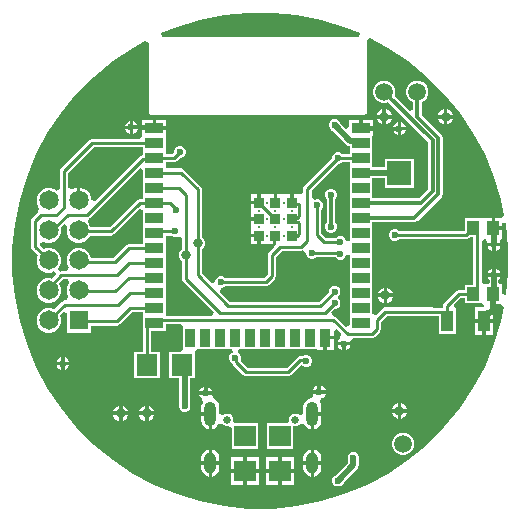
<source format=gbl>
G04*
G04 #@! TF.GenerationSoftware,Altium Limited,Altium Designer,23.4.1 (23)*
G04*
G04 Layer_Physical_Order=2*
G04 Layer_Color=16711680*
%FSLAX44Y44*%
%MOMM*%
G71*
G04*
G04 #@! TF.SameCoordinates,89D196A3-88CA-4BC0-B6F8-5B7F0D742441*
G04*
G04*
G04 #@! TF.FilePolarity,Positive*
G04*
G01*
G75*
%ADD22R,1.8000X1.8400*%
%ADD31R,1.8400X1.8000*%
%ADD34R,1.0000X1.8000*%
%ADD55C,0.2540*%
%ADD56C,0.5000*%
%ADD58C,0.3000*%
%ADD59C,0.3000*%
%ADD60C,1.5000*%
%ADD61O,1.0000X1.8000*%
%ADD62C,0.6500*%
%ADD63O,1.0000X2.1000*%
%ADD64C,1.6500*%
%ADD65R,1.6500X1.6500*%
%ADD66C,0.6000*%
%ADD67C,0.8000*%
%ADD68R,0.9000X0.9000*%
%ADD69R,1.5000X0.9000*%
%ADD70R,0.9000X1.5000*%
%ADD71R,2.0000X2.0000*%
%ADD72R,1.0000X1.2000*%
G36*
X248121Y419248D02*
X268357Y415222D01*
X288102Y409233D01*
X301544Y403665D01*
X300948Y400665D01*
X133592D01*
X132996Y403665D01*
X146438Y409233D01*
X166183Y415222D01*
X186419Y419248D01*
X206953Y421270D01*
X227587D01*
X248121Y419248D01*
D02*
G37*
G36*
X325362Y391610D02*
X342518Y380147D01*
X358467Y367057D01*
X373057Y352467D01*
X386147Y336518D01*
X397610Y319362D01*
X407337Y301165D01*
X415233Y282102D01*
X421222Y262357D01*
X423711Y249848D01*
X421111Y247540D01*
X416000D01*
Y240500D01*
X422040D01*
Y242869D01*
X425040Y243164D01*
X425248Y242121D01*
X427270Y221587D01*
Y211270D01*
X427270Y200953D01*
X425434Y182308D01*
X425040Y181935D01*
X422040Y183225D01*
Y191540D01*
X419294D01*
X418497Y193447D01*
X418375Y194540D01*
X419697Y195862D01*
X420375Y197500D01*
X409625D01*
X410303Y195862D01*
X411625Y194540D01*
X411503Y193447D01*
X410706Y191540D01*
X407539D01*
X406960Y191540D01*
X404539Y192939D01*
Y227919D01*
X407260Y229735D01*
X408089Y229447D01*
X409406Y226500D01*
X420375D01*
X419977Y227460D01*
X420929Y229628D01*
X421617Y230460D01*
X422040D01*
Y237500D01*
X414500D01*
Y239000D01*
X413000D01*
Y247540D01*
X407276D01*
X406960Y247540D01*
X404184Y247000D01*
X403960Y247000D01*
X390500D01*
Y236869D01*
X390267Y236773D01*
X390034Y236539D01*
X334532D01*
X333832Y237239D01*
X331995Y238000D01*
X330005D01*
X328168Y237239D01*
X326761Y235832D01*
X326000Y233995D01*
Y232005D01*
X326761Y230168D01*
X328168Y228761D01*
X330005Y228000D01*
X331995D01*
X333832Y228761D01*
X334532Y229461D01*
X391500D01*
X394003Y230497D01*
X394461Y230955D01*
X397461Y230892D01*
Y191000D01*
X390500D01*
Y186539D01*
X385000D01*
X382497Y185503D01*
X372497Y175503D01*
X371461Y173000D01*
Y171269D01*
X363652D01*
X363000Y171539D01*
X323000D01*
X320497Y170503D01*
X314950Y164955D01*
X311950Y166198D01*
Y177400D01*
Y190100D01*
Y202800D01*
Y215500D01*
Y228200D01*
Y243812D01*
X347671D01*
X347671Y243812D01*
X350350Y244921D01*
X370679Y265250D01*
X371788Y267929D01*
X371788Y267929D01*
Y315071D01*
X371788Y315071D01*
X370679Y317750D01*
X353788Y334640D01*
Y345286D01*
X355381Y345946D01*
X358054Y348619D01*
X359500Y352110D01*
Y355890D01*
X358054Y359381D01*
X355381Y362054D01*
X351890Y363500D01*
X348110D01*
X344619Y362054D01*
X341946Y359381D01*
X340500Y355890D01*
Y352110D01*
X341946Y348619D01*
X344619Y345946D01*
X346212Y345286D01*
Y339066D01*
X343440Y337918D01*
X330840Y350517D01*
X331500Y352110D01*
Y355890D01*
X330054Y359381D01*
X327381Y362054D01*
X323890Y363500D01*
X320110D01*
X316619Y362054D01*
X313946Y359381D01*
X312500Y355890D01*
Y352110D01*
X313946Y348619D01*
X316619Y345946D01*
X320110Y344500D01*
X323890D01*
X325483Y345160D01*
X359212Y311431D01*
Y271569D01*
X351731Y264088D01*
X311950D01*
Y280912D01*
X323000D01*
Y273000D01*
X347000D01*
Y297000D01*
X323000D01*
Y290088D01*
X311950D01*
Y304400D01*
Y316560D01*
X312490D01*
Y322100D01*
X302450D01*
Y323600D01*
X300950D01*
Y330640D01*
X292410D01*
Y323998D01*
X289638Y322850D01*
X284651Y327838D01*
X284239Y328832D01*
X282832Y330239D01*
X280995Y331000D01*
X279005D01*
X277168Y330239D01*
X275761Y328832D01*
X275000Y326995D01*
Y325005D01*
X275761Y323168D01*
X277168Y321761D01*
X278162Y321349D01*
X289856Y309656D01*
X291344Y308661D01*
X292950Y308342D01*
Y301739D01*
X286332D01*
X285832Y302239D01*
X283995Y303000D01*
X282005D01*
X280168Y302239D01*
X278761Y300832D01*
X278000Y298995D01*
Y298006D01*
X254497Y274503D01*
X253461Y272000D01*
Y268718D01*
X250990Y267440D01*
X245450D01*
Y260400D01*
X243950D01*
X242450D01*
Y267440D01*
X231450D01*
Y260400D01*
X229950D01*
X228450D01*
Y267440D01*
X217450D01*
Y260400D01*
X215950D01*
Y258900D01*
D01*
D01*
D01*
X208910D01*
Y253360D01*
Y247900D01*
X215950D01*
D01*
D01*
D01*
Y246400D01*
Y244900D01*
D01*
D01*
D01*
X208910D01*
Y239360D01*
Y233900D01*
X215950D01*
D01*
D01*
D01*
Y232400D01*
X217450D01*
Y225360D01*
X227435D01*
X228583Y222588D01*
X224497Y218503D01*
X223461Y216000D01*
Y199466D01*
X220534Y196539D01*
X187532D01*
X186832Y197239D01*
X184995Y198000D01*
X183005D01*
X181168Y197239D01*
X179761Y195832D01*
X179000Y193995D01*
Y193248D01*
X176000Y192006D01*
X167539Y200466D01*
Y220860D01*
X167669Y220914D01*
X169357Y222601D01*
X170270Y224806D01*
Y227194D01*
X169357Y229399D01*
X167669Y231087D01*
X167539Y231140D01*
Y272000D01*
X166503Y274503D01*
X152803Y288203D01*
X150300Y289239D01*
X136950D01*
Y294661D01*
X144169D01*
X146672Y295697D01*
X148975Y298000D01*
X149995D01*
X151832Y298761D01*
X153239Y300168D01*
X154000Y302005D01*
Y303995D01*
X153239Y305832D01*
X151832Y307239D01*
X149995Y308000D01*
X148005D01*
X146168Y307239D01*
X144761Y305832D01*
X144000Y303995D01*
Y303036D01*
X142703Y301739D01*
X136950D01*
Y316560D01*
X137490D01*
Y322100D01*
X117410D01*
Y316560D01*
X115288Y314439D01*
X74900D01*
X72397Y313403D01*
X48497Y289503D01*
X47461Y287000D01*
Y271478D01*
X44461Y270235D01*
X43806Y270889D01*
X40039Y272450D01*
X35961D01*
X32194Y270889D01*
X29311Y268006D01*
X27750Y264239D01*
Y260161D01*
X29311Y256394D01*
X30028Y255677D01*
X29324Y252138D01*
X28997Y252003D01*
X23977Y246983D01*
X22941Y244480D01*
Y222920D01*
X23977Y220417D01*
X28689Y215706D01*
X27750Y213439D01*
Y209361D01*
X29311Y205594D01*
X32194Y202710D01*
X35961Y201150D01*
X40039D01*
X42871Y202323D01*
X44570Y199780D01*
X40747Y195957D01*
X40039Y196250D01*
X35961D01*
X32194Y194690D01*
X29311Y191806D01*
X27750Y188039D01*
Y183961D01*
X29311Y180194D01*
X32194Y177311D01*
X35961Y175750D01*
X40039D01*
X43806Y177311D01*
X46690Y180194D01*
X48250Y183961D01*
Y188039D01*
X46690Y191806D01*
X46649Y191847D01*
X50262Y195461D01*
X54122D01*
X55365Y192461D01*
X54710Y191806D01*
X53150Y188039D01*
Y183961D01*
X54567Y180539D01*
X53445Y177539D01*
X51400D01*
X48897Y176503D01*
X42306Y169911D01*
X40039Y170850D01*
X35961D01*
X32194Y169289D01*
X29311Y166406D01*
X27750Y162639D01*
Y158561D01*
X29311Y154794D01*
X32194Y151910D01*
X35961Y150350D01*
X40039D01*
X43806Y151910D01*
X46690Y154794D01*
X48250Y158561D01*
Y162639D01*
X47311Y164906D01*
X50150Y167745D01*
X53150Y166502D01*
Y150350D01*
X73650D01*
Y156261D01*
X95800D01*
X98303Y157297D01*
X108666Y167661D01*
X117950D01*
Y156231D01*
X117461Y155050D01*
Y134200D01*
X110000D01*
Y111800D01*
X132000D01*
Y134200D01*
X124539D01*
Y152000D01*
X136950D01*
Y157461D01*
X149112D01*
X151300Y155500D01*
Y137200D01*
X151300Y136500D01*
X149610Y134200D01*
X140000D01*
Y111800D01*
X148412D01*
Y89989D01*
X148000Y88995D01*
Y87005D01*
X148761Y85168D01*
X150168Y83761D01*
X152005Y83000D01*
X153995D01*
X155832Y83761D01*
X157239Y85168D01*
X158000Y87005D01*
Y88995D01*
X157588Y89989D01*
Y111800D01*
X162000D01*
Y133500D01*
X162000Y134200D01*
X163690Y136500D01*
X193202D01*
X193798Y133500D01*
X193168Y133239D01*
X191761Y131832D01*
X191000Y129995D01*
Y128005D01*
X191761Y126168D01*
X193168Y124761D01*
X193402Y124664D01*
X194159Y122835D01*
X202497Y114497D01*
X205000Y113461D01*
X241000D01*
X243503Y114497D01*
X251967Y122962D01*
X253168Y121761D01*
X255005Y121000D01*
X256995D01*
X258832Y121761D01*
X260239Y123168D01*
X261000Y125005D01*
Y126995D01*
X260239Y128832D01*
X258832Y130239D01*
X256995Y131000D01*
X255005D01*
X253168Y130239D01*
X253130Y130201D01*
X250662D01*
X248159Y129165D01*
X239534Y120539D01*
X206466D01*
X200414Y126591D01*
X201000Y128005D01*
Y129995D01*
X200239Y131832D01*
X198832Y133239D01*
X198202Y133500D01*
X198798Y136500D01*
X265060D01*
Y135960D01*
X270600D01*
Y146000D01*
X272100D01*
Y147500D01*
X279140D01*
Y151935D01*
X281912Y153083D01*
X285702Y149292D01*
X284999Y145753D01*
X284862Y145697D01*
X283303Y144138D01*
X282625Y142500D01*
X293417D01*
X295294Y145461D01*
X312000D01*
X314503Y146497D01*
X318503Y150497D01*
X319539Y153000D01*
Y159534D01*
X324466Y164461D01*
X362618D01*
X363270Y164191D01*
X368500D01*
Y149000D01*
X382500D01*
Y171000D01*
X382248D01*
X381006Y174000D01*
X386466Y179461D01*
X390500D01*
Y175000D01*
X403655Y175000D01*
X406428Y173293D01*
X406259Y171540D01*
X398960D01*
Y161500D01*
X414040D01*
Y171460D01*
X414040Y171540D01*
X414233Y174460D01*
X421003D01*
X423593Y172103D01*
X421222Y160183D01*
X415233Y140438D01*
X407337Y121375D01*
X397610Y103178D01*
X386147Y86022D01*
X373057Y70072D01*
X358467Y55483D01*
X342518Y42393D01*
X325362Y30930D01*
X307165Y21203D01*
X288102Y13307D01*
X268357Y7318D01*
X248121Y3292D01*
X227587Y1270D01*
X206953D01*
X186419Y3292D01*
X166183Y7318D01*
X146438Y13307D01*
X127375Y21203D01*
X109178Y30930D01*
X92022Y42393D01*
X76073Y55483D01*
X61483Y70072D01*
X48393Y86022D01*
X36930Y103178D01*
X27203Y121375D01*
X19307Y140438D01*
X13318Y160183D01*
X9292Y180419D01*
X7270Y200953D01*
Y211270D01*
Y221587D01*
X9292Y242121D01*
X13318Y262357D01*
X19307Y282102D01*
X27203Y301165D01*
X36930Y319362D01*
X48393Y336518D01*
X61483Y352467D01*
X76073Y367057D01*
X92022Y380147D01*
X109178Y391610D01*
X119785Y397280D01*
X122785Y395482D01*
Y336600D01*
X123419Y335069D01*
X124950Y334435D01*
X304950D01*
X306481Y335069D01*
X307115Y336600D01*
Y397962D01*
X308537Y399278D01*
X309762Y399949D01*
X325362Y391610D01*
D02*
G37*
G36*
X117950Y300967D02*
X115675Y300024D01*
X77190Y261539D01*
X74190Y262782D01*
Y264346D01*
X72547Y268312D01*
X69512Y271347D01*
X65546Y272990D01*
X64900D01*
Y262200D01*
X61900D01*
Y272990D01*
X61254D01*
X57539Y271451D01*
X54539Y272519D01*
Y285534D01*
X76366Y307361D01*
X117950D01*
Y300967D01*
D02*
G37*
G36*
Y288046D02*
Y279000D01*
Y263639D01*
X115100D01*
X112597Y262603D01*
X89534Y239539D01*
X73360D01*
X72090Y242606D01*
X71066Y243630D01*
X71040Y243806D01*
X71944Y246994D01*
X73159Y247497D01*
X114950Y289288D01*
X117950Y288046D01*
D02*
G37*
G36*
X292950Y279000D02*
Y266300D01*
Y253600D01*
Y240900D01*
Y228115D01*
X290000Y227995D01*
X289239Y229832D01*
X287832Y231239D01*
X285995Y232000D01*
X284005D01*
X282168Y231239D01*
X281468Y230539D01*
X272466D01*
X268539Y234466D01*
Y254468D01*
X269239Y255168D01*
X270000Y257005D01*
Y258995D01*
X269239Y260832D01*
X267832Y262239D01*
X265995Y263000D01*
X264005D01*
X263539Y262807D01*
X260579Y264507D01*
X260539Y264564D01*
Y270534D01*
X283006Y293000D01*
X283995D01*
X285832Y293761D01*
X286732Y294661D01*
X292950D01*
Y279000D01*
D02*
G37*
G36*
X117950Y253702D02*
Y240900D01*
Y225539D01*
X106000D01*
X103497Y224503D01*
X92534Y213539D01*
X73608D01*
X72090Y217206D01*
X69206Y220089D01*
X65439Y221650D01*
X61361D01*
X57594Y220089D01*
X54710Y217206D01*
X53150Y213439D01*
Y209361D01*
X54710Y205594D01*
X54765Y205539D01*
X53522Y202539D01*
X48796D01*
X47228Y201890D01*
X45529Y204433D01*
X46690Y205594D01*
X48250Y209361D01*
Y213439D01*
X46690Y217206D01*
X43806Y220089D01*
X40039Y221650D01*
X35961D01*
X33694Y220711D01*
X30781Y223625D01*
X31046Y225822D01*
X33918Y227396D01*
X35961Y226550D01*
X40039D01*
X43806Y228111D01*
X46690Y230994D01*
X48250Y234761D01*
Y238839D01*
X48131Y239126D01*
X51358Y242353D01*
X53902Y240653D01*
X53150Y238839D01*
Y234761D01*
X54710Y230994D01*
X57594Y228111D01*
X61361Y226550D01*
X65439D01*
X69206Y228111D01*
X72090Y230994D01*
X72697Y232461D01*
X91000D01*
X93503Y233497D01*
X114950Y254944D01*
X117950Y253702D01*
D02*
G37*
G36*
X142168Y231761D02*
X144005Y231000D01*
X145995D01*
X147461Y231607D01*
X149087Y230991D01*
X150461Y230147D01*
Y220946D01*
X148913Y219399D01*
X148000Y217194D01*
Y214806D01*
X148913Y212601D01*
X150461Y211054D01*
Y196000D01*
X151497Y193497D01*
X177684Y167311D01*
X176535Y164539D01*
X136950D01*
Y177400D01*
Y190100D01*
Y202800D01*
Y215500D01*
Y228200D01*
Y232461D01*
X141468D01*
X142168Y231761D01*
D02*
G37*
G36*
X253824Y219760D02*
X256000Y218075D01*
Y217005D01*
X256761Y215168D01*
X258168Y213761D01*
X260005Y213000D01*
X261995D01*
X263832Y213761D01*
X264032Y213961D01*
X280968D01*
X282168Y212761D01*
X284005Y212000D01*
X285995D01*
X287832Y212761D01*
X289239Y214168D01*
X290000Y216005D01*
X292950Y215885D01*
Y202800D01*
Y190100D01*
Y177400D01*
Y164700D01*
Y156298D01*
X289950Y155056D01*
X281503Y163503D01*
X279000Y164539D01*
X278465D01*
X277316Y167311D01*
X280005Y170000D01*
X280995D01*
X282832Y170761D01*
X284239Y172168D01*
X285000Y174005D01*
Y175995D01*
X284239Y177832D01*
X284031Y178040D01*
X283168Y180000D01*
X284031Y181960D01*
X284239Y182168D01*
X285000Y184005D01*
Y185995D01*
X284239Y187832D01*
X282832Y189239D01*
X280995Y190000D01*
X279005D01*
X277168Y189239D01*
X275761Y187832D01*
X275000Y185995D01*
Y185005D01*
X266534Y176539D01*
X191466D01*
X183006Y185000D01*
X184248Y188000D01*
X184995D01*
X186832Y188761D01*
X187532Y189461D01*
X222000D01*
X224503Y190497D01*
X229503Y195497D01*
X230539Y198000D01*
Y214534D01*
X235466Y219461D01*
X252000D01*
X253228Y219969D01*
X253824Y219760D01*
D02*
G37*
%LPC*%
G36*
X375500Y339458D02*
Y334500D01*
X380457D01*
X379544Y336705D01*
X377705Y338544D01*
X375500Y339458D01*
D02*
G37*
G36*
X372500D02*
X370295Y338544D01*
X368456Y336705D01*
X367542Y334500D01*
X372500D01*
Y339458D01*
D02*
G37*
G36*
X323500D02*
Y334500D01*
X328457D01*
X327544Y336705D01*
X325705Y338544D01*
X323500Y339458D01*
D02*
G37*
G36*
X320500D02*
X318295Y338544D01*
X316456Y336705D01*
X315543Y334500D01*
X320500D01*
Y339458D01*
D02*
G37*
G36*
X380457Y331500D02*
X375500D01*
Y326543D01*
X377705Y327456D01*
X379544Y329295D01*
X380457Y331500D01*
D02*
G37*
G36*
X372500D02*
X367542D01*
X368456Y329295D01*
X370295Y327456D01*
X372500Y326543D01*
Y331500D01*
D02*
G37*
G36*
X328457D02*
X323500D01*
Y326543D01*
X325705Y327456D01*
X327544Y329295D01*
X328457Y331500D01*
D02*
G37*
G36*
X320500D02*
X315543D01*
X316456Y329295D01*
X318295Y327456D01*
X320500Y326543D01*
Y331500D01*
D02*
G37*
G36*
X109500Y329375D02*
Y325500D01*
X113375D01*
X112697Y327138D01*
X111138Y328697D01*
X109500Y329375D01*
D02*
G37*
G36*
X106500D02*
X104862Y328697D01*
X103303Y327138D01*
X102625Y325500D01*
X106500D01*
Y329375D01*
D02*
G37*
G36*
X312490Y330640D02*
X303950D01*
Y325100D01*
X312490D01*
Y330640D01*
D02*
G37*
G36*
X137490D02*
X128950D01*
Y325100D01*
X137490D01*
Y330640D01*
D02*
G37*
G36*
X125950D02*
X117410D01*
Y325100D01*
X125950D01*
Y330640D01*
D02*
G37*
G36*
X336500Y328375D02*
Y324500D01*
X340375D01*
X339697Y326138D01*
X338138Y327697D01*
X336500Y328375D01*
D02*
G37*
G36*
X333500D02*
X331862Y327697D01*
X330303Y326138D01*
X329625Y324500D01*
X333500D01*
Y328375D01*
D02*
G37*
G36*
X113375Y322500D02*
X109500D01*
Y318625D01*
X111138Y319303D01*
X112697Y320862D01*
X113375Y322500D01*
D02*
G37*
G36*
X106500D02*
X102625D01*
X103303Y320862D01*
X104862Y319303D01*
X106500Y318625D01*
Y322500D01*
D02*
G37*
G36*
X340375Y321500D02*
X336500D01*
Y317625D01*
X338138Y318303D01*
X339697Y319862D01*
X340375Y321500D01*
D02*
G37*
G36*
X333500D02*
X329625D01*
X330303Y319862D01*
X331862Y318303D01*
X333500Y317625D01*
Y321500D01*
D02*
G37*
G36*
X214450Y267440D02*
X208910D01*
Y261900D01*
X214450D01*
Y267440D01*
D02*
G37*
G36*
Y230900D02*
X208910D01*
Y225360D01*
X214450D01*
Y230900D01*
D02*
G37*
G36*
X420375Y223500D02*
X416500D01*
Y219625D01*
X418138Y220303D01*
X419697Y221862D01*
X420375Y223500D01*
D02*
G37*
G36*
X413500D02*
X409625D01*
X410303Y221862D01*
X411862Y220303D01*
X413500Y219625D01*
Y223500D01*
D02*
G37*
G36*
X416500Y204375D02*
Y200500D01*
X420375D01*
X419697Y202138D01*
X418138Y203697D01*
X416500Y204375D01*
D02*
G37*
G36*
X413500D02*
X411862Y203697D01*
X410303Y202138D01*
X409625Y200500D01*
X413500D01*
Y204375D01*
D02*
G37*
G36*
X324500Y188458D02*
Y183500D01*
X329458D01*
X328544Y185705D01*
X326705Y187544D01*
X324500Y188458D01*
D02*
G37*
G36*
X321500D02*
X319295Y187544D01*
X317456Y185705D01*
X316542Y183500D01*
X321500D01*
Y188458D01*
D02*
G37*
G36*
X329458Y180500D02*
X324500D01*
Y175543D01*
X326705Y176456D01*
X328544Y178295D01*
X329458Y180500D01*
D02*
G37*
G36*
X321500D02*
X316542D01*
X317456Y178295D01*
X319295Y176456D01*
X321500Y175543D01*
Y180500D01*
D02*
G37*
G36*
X414040Y158500D02*
X408000D01*
Y148460D01*
X414040D01*
Y158500D01*
D02*
G37*
G36*
X405000D02*
X398960D01*
Y148460D01*
X405000D01*
Y158500D01*
D02*
G37*
G36*
X279140Y144500D02*
X273600D01*
Y135960D01*
X279140D01*
Y144500D01*
D02*
G37*
G36*
X293375Y139500D02*
X289500D01*
Y135625D01*
X291138Y136303D01*
X292697Y137862D01*
X293375Y139500D01*
D02*
G37*
G36*
X286500D02*
X282625D01*
X283303Y137862D01*
X284862Y136303D01*
X286500Y135625D01*
Y139500D01*
D02*
G37*
G36*
X51500Y129375D02*
Y125500D01*
X55375D01*
X54697Y127138D01*
X53138Y128697D01*
X51500Y129375D01*
D02*
G37*
G36*
X48500D02*
X46862Y128697D01*
X45303Y127138D01*
X44625Y125500D01*
X48500D01*
Y129375D01*
D02*
G37*
G36*
X55375Y122500D02*
X51500D01*
Y118625D01*
X53138Y119303D01*
X54697Y120862D01*
X55375Y122500D01*
D02*
G37*
G36*
X48500D02*
X44625D01*
X45303Y120862D01*
X46862Y119303D01*
X48500Y118625D01*
Y122500D01*
D02*
G37*
G36*
X268500Y105375D02*
Y101500D01*
X272375D01*
X271697Y103138D01*
X270138Y104697D01*
X268500Y105375D01*
D02*
G37*
G36*
X265500D02*
X263862Y104697D01*
X262303Y103138D01*
X261625Y101500D01*
X265500D01*
Y105375D01*
D02*
G37*
G36*
X172500Y104375D02*
Y100500D01*
X176375D01*
X175697Y102138D01*
X174138Y103697D01*
X172500Y104375D01*
D02*
G37*
G36*
X169500D02*
X167862Y103697D01*
X166303Y102138D01*
X165625Y100500D01*
X169500D01*
Y104375D01*
D02*
G37*
G36*
X336500Y90457D02*
Y85500D01*
X341457D01*
X340544Y87705D01*
X338705Y89544D01*
X336500Y90457D01*
D02*
G37*
G36*
X333500D02*
X331295Y89544D01*
X329456Y87705D01*
X328543Y85500D01*
X333500D01*
Y90457D01*
D02*
G37*
G36*
X122500Y88457D02*
Y83500D01*
X127458D01*
X126544Y85705D01*
X124705Y87544D01*
X122500Y88457D01*
D02*
G37*
G36*
X119500D02*
X117295Y87544D01*
X115456Y85705D01*
X114543Y83500D01*
X119500D01*
Y88457D01*
D02*
G37*
G36*
X100500D02*
Y83500D01*
X105457D01*
X104544Y85705D01*
X102705Y87544D01*
X100500Y88457D01*
D02*
G37*
G36*
X97500D02*
X95295Y87544D01*
X93456Y85705D01*
X92542Y83500D01*
X97500D01*
Y88457D01*
D02*
G37*
G36*
X272375Y98500D02*
X261625D01*
X261992Y97614D01*
X261735Y96674D01*
X261029Y95334D01*
X260374Y94549D01*
X258258Y94128D01*
X255764Y92461D01*
X254097Y89967D01*
X253512Y87025D01*
Y81523D01*
X250512Y80337D01*
X249874Y80976D01*
X247944Y81775D01*
X245856D01*
X243926Y80976D01*
X242449Y79499D01*
X241650Y77569D01*
Y75481D01*
X240661Y74000D01*
X222820D01*
Y52000D01*
X245220D01*
Y70850D01*
X245856Y71275D01*
X247944D01*
X249874Y72074D01*
X251013Y73213D01*
X252999Y73129D01*
X254287Y72800D01*
X255764Y70589D01*
X258258Y68923D01*
X259700Y68636D01*
Y81525D01*
X261200D01*
Y83025D01*
X268888D01*
Y87025D01*
X268302Y89967D01*
X267305Y91460D01*
X267692Y92916D01*
X268372Y94463D01*
X268519Y94633D01*
X270138Y95303D01*
X271697Y96862D01*
X272375Y98500D01*
D02*
G37*
G36*
X341457Y82500D02*
X336500D01*
Y77543D01*
X338705Y78456D01*
X340544Y80295D01*
X341457Y82500D01*
D02*
G37*
G36*
X333500D02*
X328543D01*
X329456Y80295D01*
X331295Y78456D01*
X333500Y77543D01*
Y82500D01*
D02*
G37*
G36*
X127458Y80500D02*
X122500D01*
Y75542D01*
X124705Y76456D01*
X126544Y78295D01*
X127458Y80500D01*
D02*
G37*
G36*
X119500D02*
X114543D01*
X115456Y78295D01*
X117295Y76456D01*
X119500Y75542D01*
Y80500D01*
D02*
G37*
G36*
X105457D02*
X100500D01*
Y75542D01*
X102705Y76456D01*
X104544Y78295D01*
X105457Y80500D01*
D02*
G37*
G36*
X97500D02*
X92542D01*
X93456Y78295D01*
X95295Y76456D01*
X97500Y75542D01*
Y80500D01*
D02*
G37*
G36*
X268888Y80025D02*
X262700D01*
Y68636D01*
X264142Y68923D01*
X266636Y70589D01*
X268302Y73083D01*
X268888Y76025D01*
Y80025D01*
D02*
G37*
G36*
X173300D02*
X167112D01*
Y76025D01*
X167698Y73083D01*
X169364Y70589D01*
X171858Y68923D01*
X173300Y68636D01*
Y80025D01*
D02*
G37*
G36*
X176375Y97500D02*
X165625D01*
X166303Y95862D01*
X167502Y94663D01*
X167872Y94226D01*
X168303Y90873D01*
X167698Y89967D01*
X167112Y87025D01*
Y83025D01*
X174800D01*
Y81525D01*
X176300D01*
Y68636D01*
X177742Y68923D01*
X180236Y70589D01*
X181713Y72800D01*
X183001Y73129D01*
X184987Y73213D01*
X186126Y72074D01*
X188056Y71275D01*
X190144D01*
X192800Y69128D01*
Y52000D01*
X215200D01*
Y74000D01*
X195339D01*
X194350Y75481D01*
Y77569D01*
X193551Y79499D01*
X192074Y80976D01*
X190144Y81775D01*
X188056D01*
X186126Y80976D01*
X185488Y80337D01*
X182488Y81523D01*
Y87025D01*
X181903Y89967D01*
X180236Y92461D01*
X177927Y94004D01*
X177723Y94174D01*
X176359Y97461D01*
X176375Y97500D01*
D02*
G37*
G36*
X339890Y65500D02*
X336110D01*
X332619Y64054D01*
X329946Y61381D01*
X328500Y57890D01*
Y54110D01*
X329946Y50619D01*
X332619Y47946D01*
X336110Y46500D01*
X339890D01*
X343381Y47946D01*
X346054Y50619D01*
X347500Y54110D01*
Y57890D01*
X346054Y61381D01*
X343381Y64054D01*
X339890Y65500D01*
D02*
G37*
G36*
X262700Y51114D02*
Y41225D01*
X268888D01*
Y43725D01*
X268302Y46667D01*
X266636Y49161D01*
X264142Y50827D01*
X262700Y51114D01*
D02*
G37*
G36*
X176300D02*
Y41225D01*
X182488D01*
Y43725D01*
X181903Y46667D01*
X180236Y49161D01*
X177742Y50827D01*
X176300Y51114D01*
D02*
G37*
G36*
X259700D02*
X258258Y50827D01*
X255764Y49161D01*
X254097Y46667D01*
X253512Y43725D01*
Y41225D01*
X259700D01*
Y51114D01*
D02*
G37*
G36*
X173300D02*
X171858Y50827D01*
X169364Y49161D01*
X167698Y46667D01*
X167112Y43725D01*
Y41225D01*
X173300D01*
Y51114D01*
D02*
G37*
G36*
X245760Y44540D02*
X235520D01*
Y34500D01*
X245760D01*
Y44540D01*
D02*
G37*
G36*
X215740D02*
X205500D01*
Y34500D01*
X215740D01*
Y44540D01*
D02*
G37*
G36*
X232520D02*
X222280D01*
Y34500D01*
X232520D01*
Y44540D01*
D02*
G37*
G36*
X202500D02*
X192260D01*
Y34500D01*
X202500D01*
Y44540D01*
D02*
G37*
G36*
X182488Y38225D02*
X176300D01*
Y28336D01*
X177742Y28623D01*
X180236Y30289D01*
X181903Y32783D01*
X182488Y35725D01*
Y38225D01*
D02*
G37*
G36*
X268888D02*
X262700D01*
Y28336D01*
X264142Y28623D01*
X266636Y30289D01*
X268302Y32783D01*
X268888Y35725D01*
Y38225D01*
D02*
G37*
G36*
X259700D02*
X253512D01*
Y35725D01*
X254097Y32783D01*
X255764Y30289D01*
X258258Y28623D01*
X259700Y28336D01*
Y38225D01*
D02*
G37*
G36*
X173300D02*
X167112D01*
Y35725D01*
X167698Y32783D01*
X169364Y30289D01*
X171858Y28623D01*
X173300Y28336D01*
Y38225D01*
D02*
G37*
G36*
X245760Y31500D02*
X235520D01*
Y21460D01*
X245760D01*
Y31500D01*
D02*
G37*
G36*
X232520D02*
X222280D01*
Y21460D01*
X232520D01*
Y31500D01*
D02*
G37*
G36*
X215740D02*
X205500D01*
Y21460D01*
X215740D01*
Y31500D01*
D02*
G37*
G36*
X202500D02*
X192260D01*
Y21460D01*
X202500D01*
Y31500D01*
D02*
G37*
G36*
X296995Y49000D02*
X295005D01*
X293168Y48239D01*
X291761Y46832D01*
X291000Y44995D01*
Y43005D01*
X291220Y42473D01*
Y39709D01*
X281162Y29651D01*
X280168Y29239D01*
X278761Y27832D01*
X278000Y25995D01*
Y24005D01*
X278761Y22168D01*
X280168Y20761D01*
X282005Y20000D01*
X283995D01*
X285832Y20761D01*
X287239Y22168D01*
X287651Y23162D01*
X299053Y34564D01*
X300048Y36053D01*
X300397Y37809D01*
Y41549D01*
X301000Y43005D01*
Y44995D01*
X300239Y46832D01*
X298832Y48239D01*
X296995Y49000D01*
D02*
G37*
G36*
X277995Y272000D02*
X276005D01*
X274168Y271239D01*
X272761Y269832D01*
X272000Y267995D01*
Y266005D01*
X272761Y264168D01*
X273212Y263717D01*
Y243283D01*
X272761Y242832D01*
X272000Y240995D01*
Y239005D01*
X272761Y237168D01*
X274168Y235761D01*
X276005Y235000D01*
X277995D01*
X279832Y235761D01*
X281239Y237168D01*
X282000Y239005D01*
Y240995D01*
X281239Y242832D01*
X280788Y243283D01*
Y263717D01*
X281239Y264168D01*
X282000Y266005D01*
Y267995D01*
X281239Y269832D01*
X279832Y271239D01*
X277995Y272000D01*
D02*
G37*
%LPD*%
D22*
X121000Y123000D02*
D03*
X151000D02*
D03*
D31*
X234020Y63000D02*
D03*
Y33000D02*
D03*
X204000Y63000D02*
D03*
Y33000D02*
D03*
D34*
X375500Y160000D02*
D03*
X406500D02*
D03*
D55*
X121000Y123000D02*
Y155050D01*
X124450Y158500D01*
X127450D01*
X215950Y225488D02*
Y232400D01*
Y225488D02*
X217438Y224000D01*
X226775D02*
X229135Y226360D01*
X217438Y224000D02*
X226775D01*
X229135Y226360D02*
Y231585D01*
X229950Y232400D01*
X250000Y249000D02*
Y258912D01*
X243950Y260400D02*
X245438Y258912D01*
X250000D01*
X244550Y247000D02*
X248000D01*
X250000Y249000D01*
X243950Y246400D02*
X244550Y247000D01*
X243950Y246400D02*
X246350Y244000D01*
X249000D01*
X244350Y232000D02*
X248512D01*
X250000Y233488D01*
Y243000D01*
X249000Y244000D02*
X250000Y243000D01*
X243950Y232400D02*
X244350Y232000D01*
X215950Y260400D02*
X229950Y246400D01*
X252000Y223000D02*
X257000Y228000D01*
X234000Y223000D02*
X252000D01*
X257000Y228000D02*
Y272000D01*
X283000Y298000D01*
X265000Y233000D02*
X271000Y227000D01*
X265000Y233000D02*
Y258000D01*
X227000Y216000D02*
X234000Y223000D01*
X227000Y198000D02*
Y216000D01*
X222000Y193000D02*
X227000Y198000D01*
X284500Y217500D02*
X285000Y217000D01*
X261500Y217500D02*
X284500D01*
X261000Y218000D02*
X261500Y217500D01*
X107200Y171200D02*
X127450D01*
X95800Y159800D02*
X107200Y171200D01*
X64200Y159800D02*
X95800D01*
X63400Y160600D02*
X64200Y159800D01*
X106900Y183900D02*
X127450D01*
X97000Y174000D02*
X106900Y183900D01*
X51400Y174000D02*
X97000D01*
X38000Y160600D02*
X51400Y174000D01*
X128750Y236000D02*
X145000D01*
X127450Y234700D02*
X128750Y236000D01*
X106300Y209300D02*
X127450D01*
X96000Y199000D02*
X106300Y209300D01*
X48796Y199000D02*
X96000D01*
X39574Y189778D02*
X48796Y199000D01*
X38000Y189778D02*
X39574D01*
X38000Y186000D02*
Y189778D01*
X74900Y310900D02*
X127450D01*
X51000Y287000D02*
X74900Y310900D01*
X51000Y256000D02*
Y287000D01*
X44500Y249500D02*
X51000Y256000D01*
X31500Y249500D02*
X44500D01*
X26480Y244480D02*
X31500Y249500D01*
X26480Y222920D02*
Y244480D01*
Y222920D02*
X38000Y211400D01*
X303050Y323000D02*
X335000D01*
X302450Y323600D02*
X303050Y323000D01*
X129950Y161000D02*
X279000D01*
X127450Y158500D02*
X129950Y161000D01*
X371770Y167730D02*
X375000Y164500D01*
X363270Y167730D02*
X371770D01*
X363000Y168000D02*
X363270Y167730D01*
X323000Y168000D02*
X363000D01*
X316000Y161000D02*
X323000Y168000D01*
X316000Y153000D02*
Y161000D01*
X312000Y149000D02*
X316000Y153000D01*
X291000Y149000D02*
X312000D01*
X279000Y161000D02*
X291000Y149000D01*
X115100Y260100D02*
X127450D01*
X91000Y236000D02*
X115100Y260100D01*
X64200Y236000D02*
X91000D01*
X63400Y236800D02*
X64200Y236000D01*
X127450Y260100D02*
X128000D01*
X146000Y254000D02*
Y254773D01*
X140673Y260100D02*
X146000Y254773D01*
X128200Y260100D02*
X140673D01*
X127650Y273000D02*
X148000D01*
X127450Y272800D02*
X127650Y273000D01*
X154000Y216000D02*
Y267000D01*
X148000Y273000D02*
X154000Y267000D01*
X283200Y298200D02*
X302450D01*
X283000Y298000D02*
X283200Y298200D01*
X105600Y196600D02*
X127450D01*
X94200Y185200D02*
X105600Y196600D01*
X64200Y185200D02*
X94200D01*
X63400Y186000D02*
X64200Y185200D01*
X118178Y297522D02*
X126772D01*
X127450Y298200D01*
X70656Y250000D02*
X118178Y297522D01*
X54000Y250000D02*
X70656D01*
X40800Y236800D02*
X54000Y250000D01*
X38000Y236800D02*
X40800D01*
X127650Y285700D02*
X150300D01*
X127450Y285500D02*
X127650Y285700D01*
X164000Y226270D02*
X164270Y226000D01*
X164000Y226270D02*
Y272000D01*
X150300Y285700D02*
X164000Y272000D01*
X127450Y298200D02*
X128000D01*
X148969Y303000D02*
X149000D01*
X144169Y298200D02*
X148969Y303000D01*
X128000Y298200D02*
X144169D01*
X106000Y222000D02*
X127450D01*
X94000Y210000D02*
X106000Y222000D01*
X64800Y210000D02*
X94000D01*
X63400Y211400D02*
X64800Y210000D01*
X272000Y167000D02*
X280000Y175000D01*
X154000Y196000D02*
X183000Y167000D01*
X272000D01*
X268000Y173000D02*
X280000Y185000D01*
X164000Y199000D02*
X190000Y173000D01*
X268000D01*
X184000Y193000D02*
X222000D01*
X154000Y196000D02*
Y216000D01*
X164000Y199000D02*
Y226000D01*
X331000Y233000D02*
X391500D01*
X397500Y238000D02*
Y239000D01*
X393770Y234270D02*
X397500Y238000D01*
X392770Y234270D02*
X393770D01*
X391500Y233000D02*
X392770Y234270D01*
X375000Y160000D02*
Y164500D01*
Y173000D01*
X205000Y117000D02*
X241000D01*
X250662Y126662D01*
X255338D01*
X256000Y126000D01*
X196662Y125338D02*
Y128338D01*
X196000Y129000D02*
X196662Y128338D01*
Y125338D02*
X205000Y117000D01*
X397500Y183000D02*
X401000Y186500D01*
X397500Y239000D02*
X401000Y235500D01*
Y186500D02*
Y235500D01*
X385000Y183000D02*
X397500D01*
X375000Y173000D02*
X385000Y183000D01*
X271000Y227000D02*
X285000D01*
D56*
X153000Y88000D02*
Y121000D01*
X151000Y123000D02*
X153000Y121000D01*
X280000Y326000D02*
X293100Y312900D01*
X300450D01*
X302450Y310900D01*
Y285500D02*
X334500D01*
X335000Y285000D01*
X283000Y25000D02*
X295809Y37809D01*
Y43809D01*
X296000Y44000D01*
X414500Y169429D02*
Y183000D01*
X409000Y166500D02*
X411571D01*
X414500Y169429D01*
X406500Y160000D02*
Y164000D01*
X409000Y166500D01*
X414500Y183000D02*
X414809Y183309D01*
Y198809D01*
X415000Y199000D01*
X414500Y239000D02*
X415000Y238500D01*
Y225000D02*
Y238500D01*
D58*
X302650Y247600D02*
X347671D01*
X302450Y247400D02*
X302650Y247600D01*
X350000Y333071D02*
Y354000D01*
Y333071D02*
X368000Y315071D01*
Y267929D02*
Y315071D01*
X347671Y247600D02*
X368000Y267929D01*
X302650Y260300D02*
X353300D01*
X302450Y260100D02*
X302650Y260300D01*
X322000Y354000D02*
X363000Y313000D01*
Y270000D02*
Y313000D01*
X353300Y260300D02*
X363000Y270000D01*
X108000Y324000D02*
X127050D01*
X127450Y323600D01*
X277000Y240000D02*
Y267000D01*
D59*
X222950Y232400D02*
D03*
X236950D02*
D03*
X215950Y239400D02*
D03*
X229950D02*
D03*
X243950D02*
D03*
X222950Y246400D02*
D03*
X236950D02*
D03*
X215950Y253400D02*
D03*
X229950D02*
D03*
X243950D02*
D03*
X222950Y260400D02*
D03*
X236950D02*
D03*
D60*
X350000Y354000D02*
D03*
X322000D02*
D03*
X338000Y56000D02*
D03*
D61*
X261200Y39725D02*
D03*
X174800D02*
D03*
D62*
X246900Y76525D02*
D03*
X189100D02*
D03*
D63*
X174800Y81525D02*
D03*
X261200D02*
D03*
D64*
X38000Y186000D02*
D03*
X63400D02*
D03*
X38000Y160600D02*
D03*
X63400Y211400D02*
D03*
X38000D02*
D03*
X63400Y236800D02*
D03*
Y262200D02*
D03*
X38000Y236800D02*
D03*
Y262200D02*
D03*
D65*
X63400Y160600D02*
D03*
D66*
X153000Y88000D02*
D03*
X265000Y258000D02*
D03*
X261000Y218000D02*
D03*
X184000Y193000D02*
D03*
X335000Y323000D02*
D03*
X145000Y236000D02*
D03*
X146000Y254000D02*
D03*
X283000Y25000D02*
D03*
X296000Y44000D02*
D03*
X50000Y124000D02*
D03*
X280000Y326000D02*
D03*
X331000Y233000D02*
D03*
X256000Y126000D02*
D03*
X288000Y141000D02*
D03*
X196000Y129000D02*
D03*
X267000Y100000D02*
D03*
X171000Y99000D02*
D03*
X415000Y199000D02*
D03*
Y225000D02*
D03*
X108000Y324000D02*
D03*
X149000Y303000D02*
D03*
X234020Y63000D02*
D03*
X205000Y64000D02*
D03*
X283000Y298000D02*
D03*
X285000Y217000D02*
D03*
Y227000D02*
D03*
X277000Y267000D02*
D03*
Y240000D02*
D03*
X280000Y185000D02*
D03*
Y175000D02*
D03*
D67*
X335000Y84000D02*
D03*
X374000Y333000D02*
D03*
X322000D02*
D03*
X323000Y182000D02*
D03*
X164270Y226000D02*
D03*
X154000Y216000D02*
D03*
X121000Y82000D02*
D03*
X99000D02*
D03*
D68*
X215950Y232400D02*
D03*
X229950D02*
D03*
X243950D02*
D03*
X215950Y246400D02*
D03*
X229950D02*
D03*
X243950D02*
D03*
X215950Y260400D02*
D03*
X229950D02*
D03*
X243950D02*
D03*
D69*
X127450Y323600D02*
D03*
Y310900D02*
D03*
Y298200D02*
D03*
Y285500D02*
D03*
Y272800D02*
D03*
Y260100D02*
D03*
Y247400D02*
D03*
Y234700D02*
D03*
Y222000D02*
D03*
Y209300D02*
D03*
Y196600D02*
D03*
Y183900D02*
D03*
Y171200D02*
D03*
Y158500D02*
D03*
X302450D02*
D03*
Y171200D02*
D03*
Y183900D02*
D03*
Y196600D02*
D03*
Y209300D02*
D03*
Y222000D02*
D03*
Y234700D02*
D03*
Y247400D02*
D03*
Y260100D02*
D03*
Y272800D02*
D03*
Y285500D02*
D03*
Y298200D02*
D03*
Y310900D02*
D03*
Y323600D02*
D03*
D70*
X157800Y146000D02*
D03*
X170500D02*
D03*
X183200D02*
D03*
X195900D02*
D03*
X208600D02*
D03*
X221300D02*
D03*
X234000D02*
D03*
X246700D02*
D03*
X259400D02*
D03*
X272100D02*
D03*
D71*
X335000Y285000D02*
D03*
D72*
X414500Y239000D02*
D03*
X397500D02*
D03*
X414500Y183000D02*
D03*
X397500D02*
D03*
M02*

</source>
